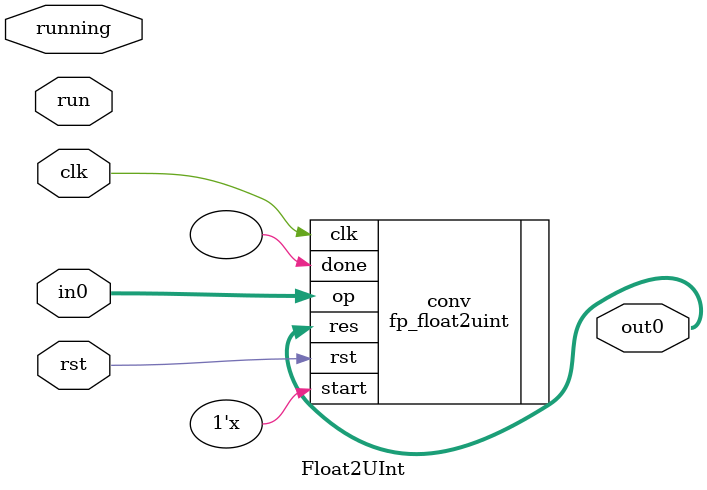
<source format=v>
`timescale 1ns / 1ps
`include "xversat.vh"

module Float2UInt #(
         parameter DATA_W = 32
              )
    (
    //control
    input                         clk,
    input                         rst,
    
    input                         running,
    input                         run,
    
    //input / output data
    input [DATA_W-1:0]            in0,
    
    (* versat_latency = 1 *) output [DATA_W-1:0]       out0
    );

fp_float2uint conv(
   .clk(clk),
   .rst(rst),

   .start(1'bx),
   .done(),

   .op(in0),
   .res(out0)
    );

endmodule 

</source>
